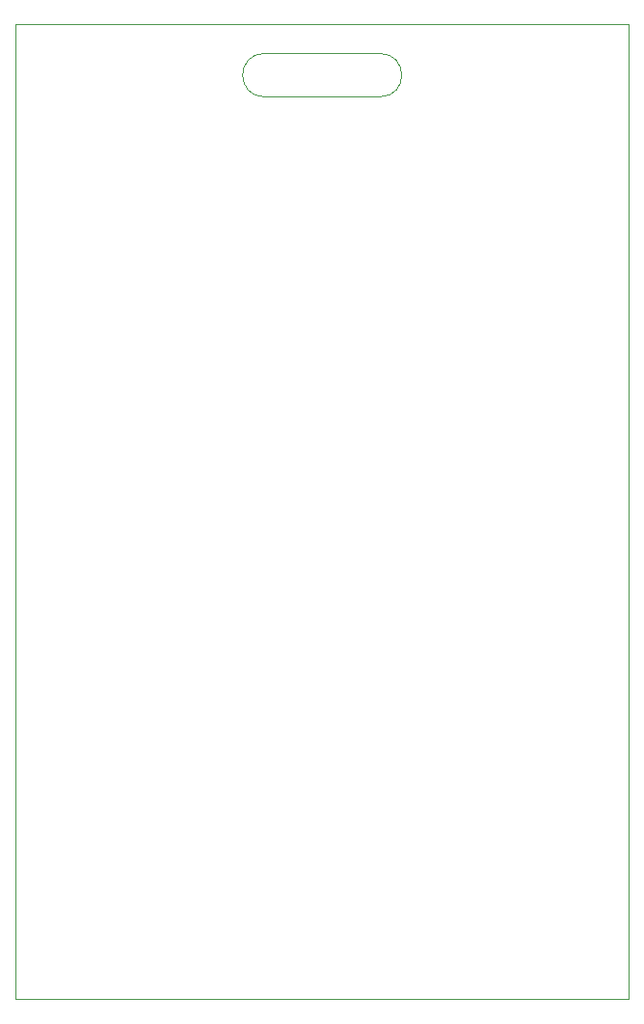
<source format=gbr>
%TF.GenerationSoftware,KiCad,Pcbnew,(5.1.8)-1*%
%TF.CreationDate,2020-11-13T01:10:14+01:00*%
%TF.ProjectId,Emoji_Badge_StuCo,456d6f6a-695f-4426-9164-67655f537475,v01*%
%TF.SameCoordinates,Original*%
%TF.FileFunction,Profile,NP*%
%FSLAX46Y46*%
G04 Gerber Fmt 4.6, Leading zero omitted, Abs format (unit mm)*
G04 Created by KiCad (PCBNEW (5.1.8)-1) date 2020-11-13 01:10:14*
%MOMM*%
%LPD*%
G01*
G04 APERTURE LIST*
%TA.AperFunction,Profile*%
%ADD10C,0.050800*%
%TD*%
G04 APERTURE END LIST*
D10*
X148844000Y-47752000D02*
G75*
G02*
X148844000Y-43942000I0J1905000D01*
G01*
X159004000Y-47752000D02*
G75*
G03*
X159004000Y-43942000I0J1905000D01*
G01*
X148844000Y-47752000D02*
X159004000Y-47752000D01*
X148844000Y-43942000D02*
X159004000Y-43942000D01*
X127000000Y-127000000D02*
X127000000Y-41402000D01*
X127000000Y-41402000D02*
X180848000Y-41402000D01*
X180848000Y-41402000D02*
X180848000Y-127000000D01*
X127000000Y-127000000D02*
X180848000Y-127000000D01*
M02*

</source>
